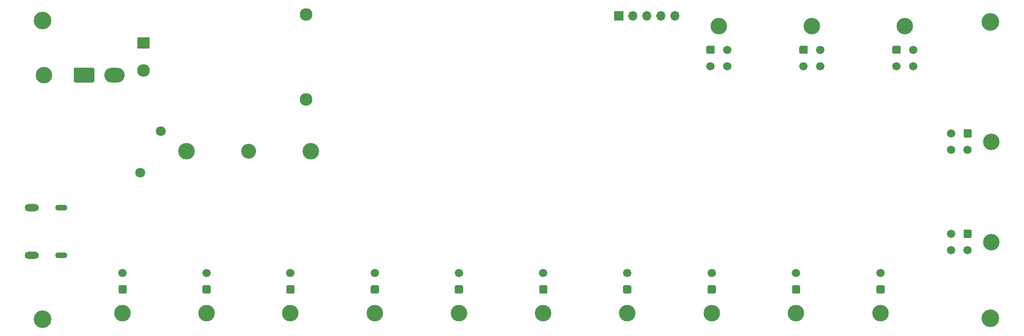
<source format=gbs>
G04 #@! TF.GenerationSoftware,KiCad,Pcbnew,(5.1.9)-1*
G04 #@! TF.CreationDate,2021-01-28T11:08:43-05:00*
G04 #@! TF.ProjectId,Controller,436f6e74-726f-46c6-9c65-722e6b696361,rev?*
G04 #@! TF.SameCoordinates,Original*
G04 #@! TF.FileFunction,Soldermask,Bot*
G04 #@! TF.FilePolarity,Negative*
%FSLAX46Y46*%
G04 Gerber Fmt 4.6, Leading zero omitted, Abs format (unit mm)*
G04 Created by KiCad (PCBNEW (5.1.9)-1) date 2021-01-28 11:08:43*
%MOMM*%
%LPD*%
G01*
G04 APERTURE LIST*
%ADD10C,3.000000*%
%ADD11O,3.700000X2.700000*%
%ADD12O,1.700000X1.700000*%
%ADD13R,1.700000X1.700000*%
%ADD14C,1.500000*%
%ADD15C,3.200000*%
%ADD16C,1.800000*%
%ADD17C,2.300000*%
%ADD18R,2.300000X2.000000*%
%ADD19O,2.200000X1.100000*%
%ADD20O,2.600000X1.300000*%
%ADD21C,2.700000*%
G04 APERTURE END LIST*
D10*
X50400000Y-34100000D03*
D11*
X63200000Y-34100000D03*
G36*
G01*
X59299999Y-35450000D02*
X56100001Y-35450000D01*
G75*
G02*
X55850000Y-35199999I0J250001D01*
G01*
X55850000Y-33000001D01*
G75*
G02*
X56100001Y-32750000I250001J0D01*
G01*
X59299999Y-32750000D01*
G75*
G02*
X59550000Y-33000001I0J-250001D01*
G01*
X59550000Y-35199999D01*
G75*
G02*
X59299999Y-35450000I-250001J0D01*
G01*
G37*
D12*
X164760000Y-23400000D03*
X162220000Y-23400000D03*
X159680000Y-23400000D03*
X157140000Y-23400000D03*
D13*
X154600000Y-23400000D03*
D14*
X174200000Y-32520000D03*
X171200000Y-32520000D03*
X174200000Y-29520000D03*
G36*
G01*
X170450000Y-30020000D02*
X170450000Y-29020000D01*
G75*
G02*
X170700000Y-28770000I250000J0D01*
G01*
X171700000Y-28770000D01*
G75*
G02*
X171950000Y-29020000I0J-250000D01*
G01*
X171950000Y-30020000D01*
G75*
G02*
X171700000Y-30270000I-250000J0D01*
G01*
X170700000Y-30270000D01*
G75*
G02*
X170450000Y-30020000I0J250000D01*
G01*
G37*
D10*
X172700000Y-25200000D03*
D14*
X140900000Y-70000000D03*
G36*
G01*
X141650000Y-72500000D02*
X141650000Y-73500000D01*
G75*
G02*
X141400000Y-73750000I-250000J0D01*
G01*
X140400000Y-73750000D01*
G75*
G02*
X140150000Y-73500000I0J250000D01*
G01*
X140150000Y-72500000D01*
G75*
G02*
X140400000Y-72250000I250000J0D01*
G01*
X141400000Y-72250000D01*
G75*
G02*
X141650000Y-72500000I0J-250000D01*
G01*
G37*
D10*
X140900000Y-77320000D03*
D14*
X95100000Y-70000000D03*
G36*
G01*
X95850000Y-72500000D02*
X95850000Y-73500000D01*
G75*
G02*
X95600000Y-73750000I-250000J0D01*
G01*
X94600000Y-73750000D01*
G75*
G02*
X94350000Y-73500000I0J250000D01*
G01*
X94350000Y-72500000D01*
G75*
G02*
X94600000Y-72250000I250000J0D01*
G01*
X95600000Y-72250000D01*
G75*
G02*
X95850000Y-72500000I0J-250000D01*
G01*
G37*
D10*
X95100000Y-77320000D03*
D14*
X171400000Y-70000000D03*
G36*
G01*
X172150000Y-72500000D02*
X172150000Y-73500000D01*
G75*
G02*
X171900000Y-73750000I-250000J0D01*
G01*
X170900000Y-73750000D01*
G75*
G02*
X170650000Y-73500000I0J250000D01*
G01*
X170650000Y-72500000D01*
G75*
G02*
X170900000Y-72250000I250000J0D01*
G01*
X171900000Y-72250000D01*
G75*
G02*
X172150000Y-72500000I0J-250000D01*
G01*
G37*
D10*
X171400000Y-77320000D03*
D14*
X125600000Y-70000000D03*
G36*
G01*
X126350000Y-72500000D02*
X126350000Y-73500000D01*
G75*
G02*
X126100000Y-73750000I-250000J0D01*
G01*
X125100000Y-73750000D01*
G75*
G02*
X124850000Y-73500000I0J250000D01*
G01*
X124850000Y-72500000D01*
G75*
G02*
X125100000Y-72250000I250000J0D01*
G01*
X126100000Y-72250000D01*
G75*
G02*
X126350000Y-72500000I0J-250000D01*
G01*
G37*
D10*
X125600000Y-77320000D03*
D14*
X79900000Y-70000000D03*
G36*
G01*
X80650000Y-72500000D02*
X80650000Y-73500000D01*
G75*
G02*
X80400000Y-73750000I-250000J0D01*
G01*
X79400000Y-73750000D01*
G75*
G02*
X79150000Y-73500000I0J250000D01*
G01*
X79150000Y-72500000D01*
G75*
G02*
X79400000Y-72250000I250000J0D01*
G01*
X80400000Y-72250000D01*
G75*
G02*
X80650000Y-72500000I0J-250000D01*
G01*
G37*
D10*
X79900000Y-77320000D03*
D14*
X156100000Y-70000000D03*
G36*
G01*
X156850000Y-72500000D02*
X156850000Y-73500000D01*
G75*
G02*
X156600000Y-73750000I-250000J0D01*
G01*
X155600000Y-73750000D01*
G75*
G02*
X155350000Y-73500000I0J250000D01*
G01*
X155350000Y-72500000D01*
G75*
G02*
X155600000Y-72250000I250000J0D01*
G01*
X156600000Y-72250000D01*
G75*
G02*
X156850000Y-72500000I0J-250000D01*
G01*
G37*
D10*
X156100000Y-77320000D03*
D14*
X110400000Y-70000000D03*
G36*
G01*
X111150000Y-72500000D02*
X111150000Y-73500000D01*
G75*
G02*
X110900000Y-73750000I-250000J0D01*
G01*
X109900000Y-73750000D01*
G75*
G02*
X109650000Y-73500000I0J250000D01*
G01*
X109650000Y-72500000D01*
G75*
G02*
X109900000Y-72250000I250000J0D01*
G01*
X110900000Y-72250000D01*
G75*
G02*
X111150000Y-72500000I0J-250000D01*
G01*
G37*
D10*
X110400000Y-77320000D03*
D14*
X64700000Y-70000000D03*
G36*
G01*
X65450000Y-72500000D02*
X65450000Y-73500000D01*
G75*
G02*
X65200000Y-73750000I-250000J0D01*
G01*
X64200000Y-73750000D01*
G75*
G02*
X63950000Y-73500000I0J250000D01*
G01*
X63950000Y-72500000D01*
G75*
G02*
X64200000Y-72250000I250000J0D01*
G01*
X65200000Y-72250000D01*
G75*
G02*
X65450000Y-72500000I0J-250000D01*
G01*
G37*
D10*
X64700000Y-77320000D03*
D14*
X202000000Y-70000000D03*
G36*
G01*
X202750000Y-72500000D02*
X202750000Y-73500000D01*
G75*
G02*
X202500000Y-73750000I-250000J0D01*
G01*
X201500000Y-73750000D01*
G75*
G02*
X201250000Y-73500000I0J250000D01*
G01*
X201250000Y-72500000D01*
G75*
G02*
X201500000Y-72250000I250000J0D01*
G01*
X202500000Y-72250000D01*
G75*
G02*
X202750000Y-72500000I0J-250000D01*
G01*
G37*
D10*
X202000000Y-77320000D03*
D14*
X186700000Y-70000000D03*
G36*
G01*
X187450000Y-72500000D02*
X187450000Y-73500000D01*
G75*
G02*
X187200000Y-73750000I-250000J0D01*
G01*
X186200000Y-73750000D01*
G75*
G02*
X185950000Y-73500000I0J250000D01*
G01*
X185950000Y-72500000D01*
G75*
G02*
X186200000Y-72250000I250000J0D01*
G01*
X187200000Y-72250000D01*
G75*
G02*
X187450000Y-72500000I0J-250000D01*
G01*
G37*
D10*
X186700000Y-77320000D03*
D14*
X214780000Y-65900000D03*
X214780000Y-62900000D03*
X217780000Y-65900000D03*
G36*
G01*
X217280000Y-62150000D02*
X218280000Y-62150000D01*
G75*
G02*
X218530000Y-62400000I0J-250000D01*
G01*
X218530000Y-63400000D01*
G75*
G02*
X218280000Y-63650000I-250000J0D01*
G01*
X217280000Y-63650000D01*
G75*
G02*
X217030000Y-63400000I0J250000D01*
G01*
X217030000Y-62400000D01*
G75*
G02*
X217280000Y-62150000I250000J0D01*
G01*
G37*
D10*
X222100000Y-64400000D03*
D14*
X214780000Y-47700000D03*
X214780000Y-44700000D03*
X217780000Y-47700000D03*
G36*
G01*
X217280000Y-43950000D02*
X218280000Y-43950000D01*
G75*
G02*
X218530000Y-44200000I0J-250000D01*
G01*
X218530000Y-45200000D01*
G75*
G02*
X218280000Y-45450000I-250000J0D01*
G01*
X217280000Y-45450000D01*
G75*
G02*
X217030000Y-45200000I0J250000D01*
G01*
X217030000Y-44200000D01*
G75*
G02*
X217280000Y-43950000I250000J0D01*
G01*
G37*
D10*
X222100000Y-46200000D03*
D14*
X207900000Y-32520000D03*
X204900000Y-32520000D03*
X207900000Y-29520000D03*
G36*
G01*
X204150000Y-30020000D02*
X204150000Y-29020000D01*
G75*
G02*
X204400000Y-28770000I250000J0D01*
G01*
X205400000Y-28770000D01*
G75*
G02*
X205650000Y-29020000I0J-250000D01*
G01*
X205650000Y-30020000D01*
G75*
G02*
X205400000Y-30270000I-250000J0D01*
G01*
X204400000Y-30270000D01*
G75*
G02*
X204150000Y-30020000I0J250000D01*
G01*
G37*
D10*
X206400000Y-25200000D03*
D14*
X191050000Y-32520000D03*
X188050000Y-32520000D03*
X191050000Y-29520000D03*
G36*
G01*
X187300000Y-30020000D02*
X187300000Y-29020000D01*
G75*
G02*
X187550000Y-28770000I250000J0D01*
G01*
X188550000Y-28770000D01*
G75*
G02*
X188800000Y-29020000I0J-250000D01*
G01*
X188800000Y-30020000D01*
G75*
G02*
X188550000Y-30270000I-250000J0D01*
G01*
X187550000Y-30270000D01*
G75*
G02*
X187300000Y-30020000I0J250000D01*
G01*
G37*
D10*
X189550000Y-25200000D03*
D15*
X221900000Y-24500000D03*
X221900000Y-78200000D03*
X50200000Y-78400000D03*
X50200000Y-24200000D03*
D16*
X71600000Y-44300000D03*
X67900000Y-51800000D03*
D17*
X97900000Y-38500000D03*
X68500000Y-33300000D03*
D18*
X68500000Y-28300000D03*
D17*
X97900000Y-23100000D03*
D19*
X53560000Y-58180000D03*
X53560000Y-66820000D03*
D20*
X48200000Y-58180000D03*
X48200000Y-66820000D03*
D21*
X87550000Y-47900000D03*
D10*
X98800000Y-47900000D03*
X76300000Y-47900000D03*
M02*

</source>
